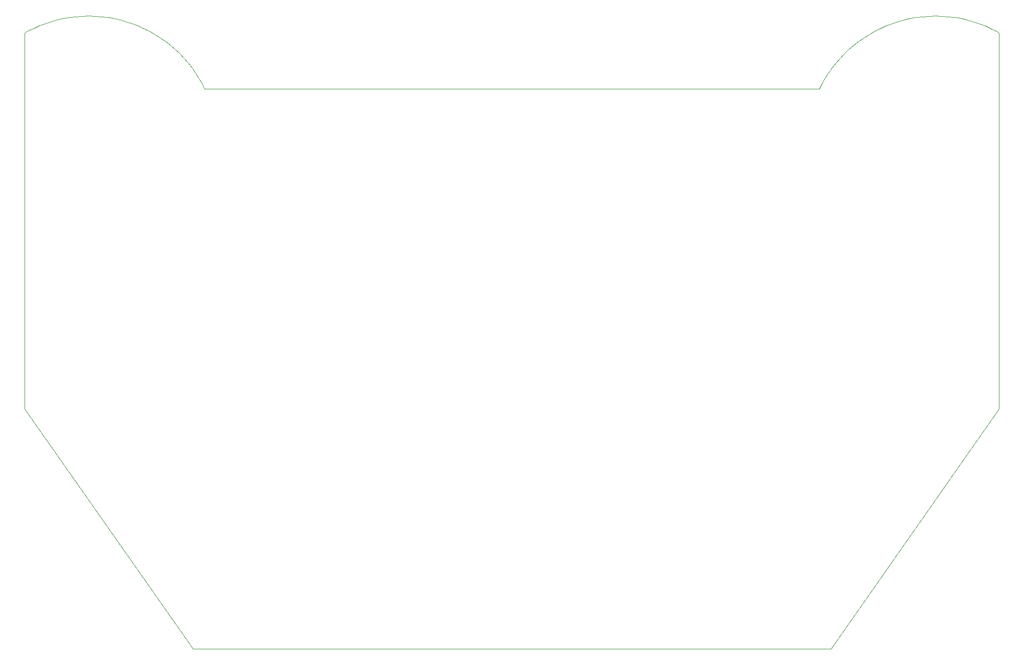
<source format=gm1>
G04 #@! TF.GenerationSoftware,KiCad,Pcbnew,(5.1.10)-1*
G04 #@! TF.CreationDate,2021-06-02T00:04:46-04:00*
G04 #@! TF.ProjectId,PocketVoltex,506f636b-6574-4566-9f6c-7465782e6b69,7*
G04 #@! TF.SameCoordinates,Original*
G04 #@! TF.FileFunction,Profile,NP*
%FSLAX46Y46*%
G04 Gerber Fmt 4.6, Leading zero omitted, Abs format (unit mm)*
G04 Created by KiCad (PCBNEW (5.1.10)-1) date 2021-06-02 00:04:46*
%MOMM*%
%LPD*%
G01*
G04 APERTURE LIST*
G04 #@! TA.AperFunction,Profile*
%ADD10C,0.100000*%
G04 #@! TD*
G04 APERTURE END LIST*
D10*
X236704000Y-44969600D02*
X235686400Y-44577000D01*
X212486700Y-49786700D02*
X211734600Y-50576600D01*
X232535300Y-43705000D02*
X231460600Y-43518500D01*
X102208500Y-55840000D02*
X101798100Y-55024600D01*
X219696000Y-44969600D02*
X218698900Y-45411600D01*
X214102500Y-48322200D02*
X213276600Y-49034600D01*
X239200000Y-46199100D02*
X238675400Y-45901900D01*
X239200000Y-111063700D02*
X239200000Y-46199100D01*
X222800500Y-43944000D02*
X221749300Y-44234900D01*
X208601900Y-55024600D02*
X208191500Y-55840000D01*
X235686400Y-44577000D02*
X234650700Y-44234900D01*
X211022200Y-51402500D02*
X210351100Y-52262400D01*
X220713600Y-44577000D02*
X219696000Y-44969600D01*
X237701100Y-45411600D02*
X236704000Y-44969600D01*
X210200000Y-152480000D02*
X239200000Y-111063700D01*
X209139500Y-54075600D02*
X208601900Y-55024600D01*
X229290400Y-43304800D02*
X228200000Y-43278000D01*
X211734600Y-50576600D02*
X211022200Y-51402500D01*
X231460600Y-43518500D02*
X230378100Y-43385000D01*
X214962400Y-47651100D02*
X214102500Y-48322200D01*
X213276600Y-49034600D02*
X212486700Y-49786700D01*
X217724600Y-45901900D02*
X216775600Y-46439600D01*
X215854100Y-47023100D02*
X214962400Y-47651100D01*
X209723100Y-53154100D02*
X209139500Y-54075600D01*
X227109600Y-43304800D02*
X226021900Y-43385000D01*
X230378100Y-43385000D02*
X229290400Y-43304800D01*
X216775600Y-46439600D02*
X215854100Y-47023100D01*
X233599500Y-43944000D02*
X232535300Y-43705000D01*
X208191500Y-55840000D02*
X102208500Y-55840000D01*
X218698900Y-45411600D02*
X217724600Y-45901900D01*
X223864700Y-43705000D02*
X222800500Y-43944000D01*
X238675400Y-45901900D02*
X237701100Y-45411600D01*
X224939300Y-43518500D02*
X223864700Y-43705000D01*
X234650700Y-44234900D02*
X233599500Y-43944000D01*
X210351100Y-52262400D02*
X209723100Y-53154100D01*
X228200000Y-43278000D02*
X227109600Y-43304800D01*
X226021900Y-43385000D02*
X224939300Y-43518500D01*
X221749300Y-44234900D02*
X220713600Y-44577000D01*
X100676900Y-53154100D02*
X100048900Y-52262400D01*
X97913300Y-49786700D02*
X97123400Y-49034600D01*
X101260500Y-54075600D02*
X100676900Y-53154100D01*
X99377800Y-51402500D02*
X98665400Y-50576600D01*
X89686400Y-44577000D02*
X88650700Y-44234900D01*
X100200000Y-152480000D02*
X210200000Y-152480000D01*
X95437600Y-47651100D02*
X94545900Y-47023100D01*
X71200000Y-111063700D02*
X100200000Y-152480000D01*
X78939400Y-43518500D02*
X77864700Y-43705000D01*
X88650700Y-44234900D02*
X87599500Y-43944000D01*
X71724600Y-45901900D02*
X71200000Y-46199100D01*
X81109600Y-43304800D02*
X80021900Y-43385000D01*
X87599500Y-43944000D02*
X86535300Y-43705000D01*
X73696000Y-44969600D02*
X72698900Y-45411600D01*
X80021900Y-43385000D02*
X78939400Y-43518500D01*
X83290400Y-43304800D02*
X82200000Y-43278000D01*
X86535300Y-43705000D02*
X85460700Y-43518500D01*
X93624400Y-46439600D02*
X92675400Y-45901900D01*
X98665400Y-50576600D02*
X97913300Y-49786700D01*
X100048900Y-52262400D02*
X99377800Y-51402500D01*
X91701100Y-45411600D02*
X90704000Y-44969600D01*
X101798100Y-55024600D02*
X101260500Y-54075600D01*
X74713600Y-44577000D02*
X73696000Y-44969600D01*
X76800500Y-43944000D02*
X75749300Y-44234900D01*
X94545900Y-47023100D02*
X93624400Y-46439600D01*
X71200000Y-46199100D02*
X71200000Y-111063700D01*
X75749300Y-44234900D02*
X74713600Y-44577000D01*
X82200000Y-43278000D02*
X81109600Y-43304800D01*
X77864700Y-43705000D02*
X76800500Y-43944000D01*
X92675400Y-45901900D02*
X91701100Y-45411600D01*
X97123400Y-49034600D02*
X96297500Y-48322200D01*
X96297500Y-48322200D02*
X95437600Y-47651100D01*
X84378100Y-43385000D02*
X83290400Y-43304800D01*
X72698900Y-45411600D02*
X71724600Y-45901900D01*
X85460700Y-43518500D02*
X84378100Y-43385000D01*
X90704000Y-44969600D02*
X89686400Y-44577000D01*
M02*

</source>
